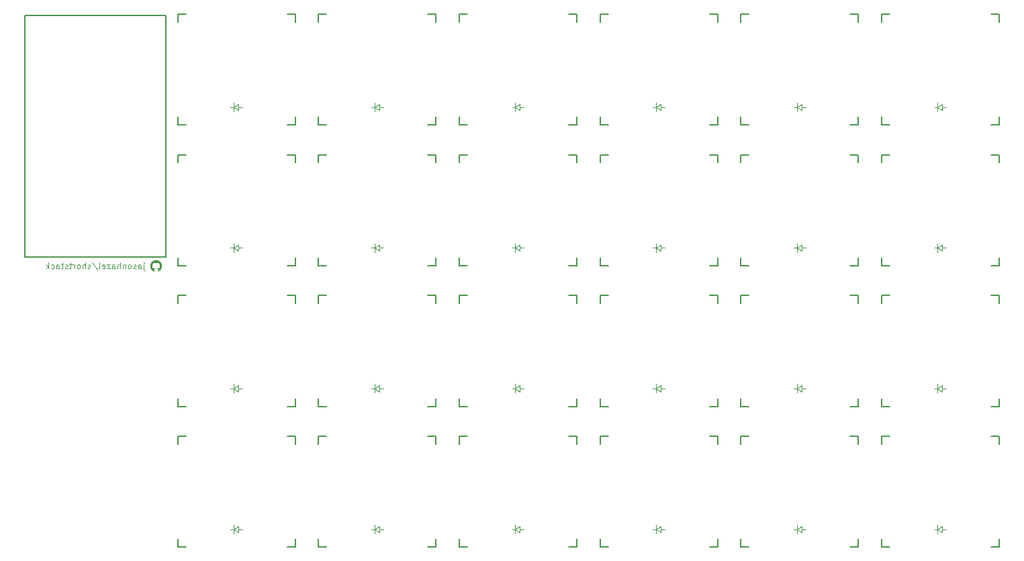
<source format=gbr>
%TF.GenerationSoftware,KiCad,Pcbnew,(6.0.10)*%
%TF.CreationDate,2023-01-29T20:47:48-05:00*%
%TF.ProjectId,shortstack,73686f72-7473-4746-9163-6b2e6b696361,v1.0.0*%
%TF.SameCoordinates,Original*%
%TF.FileFunction,Legend,Bot*%
%TF.FilePolarity,Positive*%
%FSLAX46Y46*%
G04 Gerber Fmt 4.6, Leading zero omitted, Abs format (unit mm)*
G04 Created by KiCad (PCBNEW (6.0.10)) date 2023-01-29 20:47:48*
%MOMM*%
%LPD*%
G01*
G04 APERTURE LIST*
%ADD10C,0.100000*%
%ADD11C,0.150000*%
G04 APERTURE END LIST*
D10*
%TO.C,GH2*%
X-11688462Y28644136D02*
X-11688462Y28001279D01*
X-11652748Y27929850D01*
X-11581319Y27894136D01*
X-11545605Y27894136D01*
X-11688462Y28894136D02*
X-11652748Y28858422D01*
X-11688462Y28822707D01*
X-11724176Y28858422D01*
X-11688462Y28894136D01*
X-11688462Y28822707D01*
X-12367033Y28144136D02*
X-12367033Y28536993D01*
X-12331319Y28608422D01*
X-12259891Y28644136D01*
X-12117033Y28644136D01*
X-12045605Y28608422D01*
X-12367033Y28179850D02*
X-12295605Y28144136D01*
X-12117033Y28144136D01*
X-12045605Y28179850D01*
X-12009891Y28251279D01*
X-12009891Y28322707D01*
X-12045605Y28394136D01*
X-12117033Y28429850D01*
X-12295605Y28429850D01*
X-12367033Y28465564D01*
X-12688462Y28179850D02*
X-12759891Y28144136D01*
X-12902748Y28144136D01*
X-12974176Y28179850D01*
X-13009891Y28251279D01*
X-13009891Y28286993D01*
X-12974176Y28358422D01*
X-12902748Y28394136D01*
X-12795605Y28394136D01*
X-12724176Y28429850D01*
X-12688462Y28501279D01*
X-12688462Y28536993D01*
X-12724176Y28608422D01*
X-12795605Y28644136D01*
X-12902748Y28644136D01*
X-12974176Y28608422D01*
X-13438462Y28144136D02*
X-13367033Y28179850D01*
X-13331319Y28215564D01*
X-13295605Y28286993D01*
X-13295605Y28501279D01*
X-13331319Y28572707D01*
X-13367033Y28608422D01*
X-13438462Y28644136D01*
X-13545605Y28644136D01*
X-13617033Y28608422D01*
X-13652748Y28572707D01*
X-13688462Y28501279D01*
X-13688462Y28286993D01*
X-13652748Y28215564D01*
X-13617033Y28179850D01*
X-13545605Y28144136D01*
X-13438462Y28144136D01*
X-14009891Y28644136D02*
X-14009891Y28144136D01*
X-14009891Y28572707D02*
X-14045605Y28608422D01*
X-14117033Y28644136D01*
X-14224176Y28644136D01*
X-14295605Y28608422D01*
X-14331319Y28536993D01*
X-14331319Y28144136D01*
X-14688462Y28144136D02*
X-14688462Y28894136D01*
X-15009891Y28144136D02*
X-15009891Y28536993D01*
X-14974176Y28608422D01*
X-14902748Y28644136D01*
X-14795605Y28644136D01*
X-14724176Y28608422D01*
X-14688462Y28572707D01*
X-15688462Y28144136D02*
X-15688462Y28536993D01*
X-15652748Y28608422D01*
X-15581319Y28644136D01*
X-15438462Y28644136D01*
X-15367033Y28608422D01*
X-15688462Y28179850D02*
X-15617033Y28144136D01*
X-15438462Y28144136D01*
X-15367033Y28179850D01*
X-15331319Y28251279D01*
X-15331319Y28322707D01*
X-15367033Y28394136D01*
X-15438462Y28429850D01*
X-15617033Y28429850D01*
X-15688462Y28465564D01*
X-15974176Y28644136D02*
X-16367033Y28644136D01*
X-15974176Y28144136D01*
X-16367033Y28144136D01*
X-16938462Y28179850D02*
X-16867033Y28144136D01*
X-16724176Y28144136D01*
X-16652748Y28179850D01*
X-16617033Y28251279D01*
X-16617033Y28536993D01*
X-16652748Y28608422D01*
X-16724176Y28644136D01*
X-16867033Y28644136D01*
X-16938462Y28608422D01*
X-16974176Y28536993D01*
X-16974176Y28465564D01*
X-16617033Y28394136D01*
X-17402748Y28144136D02*
X-17331319Y28179850D01*
X-17295605Y28251279D01*
X-17295605Y28894136D01*
X-18224176Y28929850D02*
X-17581319Y27965564D01*
X-18438462Y28179850D02*
X-18509891Y28144136D01*
X-18652748Y28144136D01*
X-18724176Y28179850D01*
X-18759891Y28251279D01*
X-18759891Y28286993D01*
X-18724176Y28358422D01*
X-18652748Y28394136D01*
X-18545605Y28394136D01*
X-18474176Y28429850D01*
X-18438462Y28501279D01*
X-18438462Y28536993D01*
X-18474176Y28608422D01*
X-18545605Y28644136D01*
X-18652748Y28644136D01*
X-18724176Y28608422D01*
X-19081319Y28144136D02*
X-19081319Y28894136D01*
X-19402748Y28144136D02*
X-19402748Y28536993D01*
X-19367033Y28608422D01*
X-19295605Y28644136D01*
X-19188462Y28644136D01*
X-19117033Y28608422D01*
X-19081319Y28572707D01*
X-19867033Y28144136D02*
X-19795605Y28179850D01*
X-19759891Y28215564D01*
X-19724176Y28286993D01*
X-19724176Y28501279D01*
X-19759891Y28572707D01*
X-19795605Y28608422D01*
X-19867033Y28644136D01*
X-19974176Y28644136D01*
X-20045605Y28608422D01*
X-20081319Y28572707D01*
X-20117033Y28501279D01*
X-20117033Y28286993D01*
X-20081319Y28215564D01*
X-20045605Y28179850D01*
X-19974176Y28144136D01*
X-19867033Y28144136D01*
X-20438462Y28144136D02*
X-20438462Y28644136D01*
X-20438462Y28501279D02*
X-20474176Y28572707D01*
X-20509891Y28608422D01*
X-20581319Y28644136D01*
X-20652748Y28644136D01*
X-20795605Y28644136D02*
X-21081319Y28644136D01*
X-20902748Y28894136D02*
X-20902748Y28251279D01*
X-20938462Y28179850D01*
X-21009891Y28144136D01*
X-21081319Y28144136D01*
X-21295605Y28179850D02*
X-21367033Y28144136D01*
X-21509891Y28144136D01*
X-21581319Y28179850D01*
X-21617033Y28251279D01*
X-21617033Y28286993D01*
X-21581319Y28358422D01*
X-21509891Y28394136D01*
X-21402748Y28394136D01*
X-21331319Y28429850D01*
X-21295605Y28501279D01*
X-21295605Y28536993D01*
X-21331319Y28608422D01*
X-21402748Y28644136D01*
X-21509891Y28644136D01*
X-21581319Y28608422D01*
X-21831319Y28644136D02*
X-22117033Y28644136D01*
X-21938462Y28894136D02*
X-21938462Y28251279D01*
X-21974176Y28179850D01*
X-22045605Y28144136D01*
X-22117033Y28144136D01*
X-22688462Y28144136D02*
X-22688462Y28536993D01*
X-22652748Y28608422D01*
X-22581319Y28644136D01*
X-22438462Y28644136D01*
X-22367033Y28608422D01*
X-22688462Y28179850D02*
X-22617033Y28144136D01*
X-22438462Y28144136D01*
X-22367033Y28179850D01*
X-22331319Y28251279D01*
X-22331319Y28322707D01*
X-22367033Y28394136D01*
X-22438462Y28429850D01*
X-22617033Y28429850D01*
X-22688462Y28465564D01*
X-23367033Y28179850D02*
X-23295605Y28144136D01*
X-23152748Y28144136D01*
X-23081319Y28179850D01*
X-23045605Y28215564D01*
X-23009891Y28286993D01*
X-23009891Y28501279D01*
X-23045605Y28572707D01*
X-23081319Y28608422D01*
X-23152748Y28644136D01*
X-23295605Y28644136D01*
X-23367033Y28608422D01*
X-23688462Y28144136D02*
X-23688462Y28894136D01*
X-23759891Y28429850D02*
X-23974176Y28144136D01*
X-23974176Y28644136D02*
X-23688462Y28358422D01*
G36*
X-10097100Y29214935D02*
G01*
X-10065462Y29213450D01*
X-10038132Y29210880D01*
X-9968518Y29198839D01*
X-9898358Y29179808D01*
X-9831102Y29154275D01*
X-9766902Y29122318D01*
X-9705914Y29084014D01*
X-9648292Y29039440D01*
X-9594191Y28988674D01*
X-9567067Y28959608D01*
X-9533892Y28919788D01*
X-9504748Y28878858D01*
X-9478237Y28834808D01*
X-9452960Y28785627D01*
X-9437392Y28751266D01*
X-9414866Y28691563D01*
X-9398224Y28631558D01*
X-9387212Y28570018D01*
X-9381575Y28505714D01*
X-9381060Y28437412D01*
X-9383431Y28390474D01*
X-9389513Y28335704D01*
X-9399423Y28283754D01*
X-9413563Y28232613D01*
X-9432333Y28180269D01*
X-9459084Y28120637D01*
X-9493795Y28059022D01*
X-9534035Y28000883D01*
X-9579323Y27946695D01*
X-9629181Y27896935D01*
X-9683128Y27852078D01*
X-9740684Y27812600D01*
X-9801371Y27778975D01*
X-9864707Y27751680D01*
X-9875745Y27747799D01*
X-9895785Y27742472D01*
X-9911488Y27741302D01*
X-9923859Y27744288D01*
X-9933900Y27751423D01*
X-9944339Y27761863D01*
X-9944339Y27920388D01*
X-9934518Y27918016D01*
X-9934129Y27917929D01*
X-9926324Y27916863D01*
X-9913261Y27915708D01*
X-9896667Y27914598D01*
X-9878268Y27913666D01*
X-9856080Y27913151D01*
X-9828306Y27914321D01*
X-9804468Y27918047D01*
X-9782841Y27924636D01*
X-9761698Y27934394D01*
X-9742690Y27946638D01*
X-9724033Y27962700D01*
X-9708372Y27980314D01*
X-9697607Y27997605D01*
X-9686581Y28020950D01*
X-9677046Y28040144D01*
X-9668884Y28055137D01*
X-9661385Y28067151D01*
X-9653838Y28077407D01*
X-9645532Y28087128D01*
X-9645207Y28087486D01*
X-9632645Y28100134D01*
X-9618648Y28112491D01*
X-9606185Y28121932D01*
X-9596757Y28128704D01*
X-9585505Y28139493D01*
X-9580959Y28148837D01*
X-9583225Y28156573D01*
X-9586319Y28159193D01*
X-9596992Y28162693D01*
X-9611718Y28163277D01*
X-9628873Y28161097D01*
X-9646835Y28156303D01*
X-9663982Y28149047D01*
X-9672650Y28144104D01*
X-9691455Y28129886D01*
X-9709540Y28110836D01*
X-9727997Y28085876D01*
X-9740122Y28068897D01*
X-9759163Y28046903D01*
X-9779046Y28029978D01*
X-9801049Y28016914D01*
X-9801450Y28016718D01*
X-9811060Y28012346D01*
X-9819744Y28009529D01*
X-9829520Y28007932D01*
X-9842404Y28007218D01*
X-9860411Y28007055D01*
X-9861385Y28007056D01*
X-9881453Y28007430D01*
X-9896873Y28008707D01*
X-9910018Y28011195D01*
X-9923260Y28015201D01*
X-9946823Y28023347D01*
X-9951387Y28043773D01*
X-9959139Y28070041D01*
X-9970214Y28094292D01*
X-9983469Y28113474D01*
X-9988116Y28118706D01*
X-9991157Y28122831D01*
X-9991281Y28125775D01*
X-9987662Y28128023D01*
X-9979479Y28130057D01*
X-9965908Y28132362D01*
X-9946125Y28135421D01*
X-9936983Y28136991D01*
X-9913811Y28141861D01*
X-9889708Y28147891D01*
X-9868625Y28154128D01*
X-9838152Y28165656D01*
X-9796986Y28186943D01*
X-9761017Y28213118D01*
X-9730234Y28244194D01*
X-9704626Y28280184D01*
X-9684183Y28321101D01*
X-9668895Y28366958D01*
X-9658749Y28417769D01*
X-9658726Y28417937D01*
X-9656238Y28442549D01*
X-9655052Y28470412D01*
X-9655120Y28499465D01*
X-9656394Y28527644D01*
X-9658825Y28552885D01*
X-9662365Y28573127D01*
X-9665998Y28586498D01*
X-9678470Y28620172D01*
X-9694929Y28653070D01*
X-9713884Y28682044D01*
X-9721812Y28693412D01*
X-9727005Y28703107D01*
X-9728004Y28708829D01*
X-9722077Y28729330D01*
X-9718251Y28755277D01*
X-9716765Y28784196D01*
X-9717638Y28814165D01*
X-9720887Y28843259D01*
X-9726529Y28869555D01*
X-9727290Y28872213D01*
X-9731263Y28884996D01*
X-9734792Y28894733D01*
X-9737189Y28899495D01*
X-9743140Y28901578D01*
X-9754224Y28902200D01*
X-9768580Y28901448D01*
X-9784355Y28899418D01*
X-9799696Y28896208D01*
X-9811421Y28892561D01*
X-9831126Y28884922D01*
X-9853547Y28874982D01*
X-9876791Y28863634D01*
X-9898964Y28851772D01*
X-9918173Y28840289D01*
X-9942554Y28824609D01*
X-9962196Y28829151D01*
X-9972288Y28831402D01*
X-10034570Y28841935D01*
X-10098473Y28847315D01*
X-10162371Y28847528D01*
X-10224640Y28842557D01*
X-10283655Y28832385D01*
X-10319016Y28824437D01*
X-10343285Y28840161D01*
X-10359585Y28850251D01*
X-10390093Y28866901D01*
X-10420694Y28880982D01*
X-10450029Y28891954D01*
X-10476737Y28899274D01*
X-10499459Y28902400D01*
X-10509149Y28902540D01*
X-10517623Y28901247D01*
X-10523698Y28897331D01*
X-10528322Y28889696D01*
X-10532438Y28877247D01*
X-10536994Y28858886D01*
X-10540707Y28838949D01*
X-10543583Y28809608D01*
X-10544068Y28779445D01*
X-10542146Y28750970D01*
X-10537801Y28726698D01*
X-10531750Y28703484D01*
X-10548506Y28681278D01*
X-10560332Y28664455D01*
X-10580905Y28627080D01*
X-10595577Y28586858D01*
X-10604452Y28543357D01*
X-10607633Y28496147D01*
X-10605224Y28444794D01*
X-10600059Y28404613D01*
X-10590367Y28359598D01*
X-10576786Y28319620D01*
X-10559010Y28283968D01*
X-10536735Y28251934D01*
X-10509654Y28222807D01*
X-10481747Y28199223D01*
X-10450566Y28179205D01*
X-10415115Y28162639D01*
X-10394070Y28155141D01*
X-10368318Y28147482D01*
X-10341117Y28140573D01*
X-10315143Y28135094D01*
X-10293071Y28131721D01*
X-10282786Y28130459D01*
X-10273129Y28128937D01*
X-10268326Y28127730D01*
X-10268062Y28126382D01*
X-10270850Y28120952D01*
X-10276894Y28113183D01*
X-10281066Y28107944D01*
X-10289632Y28094981D01*
X-10296780Y28081628D01*
X-10300589Y28072919D01*
X-10304605Y28062210D01*
X-10307849Y28050971D01*
X-10310401Y28038376D01*
X-10312341Y28023597D01*
X-10313752Y28005809D01*
X-10314712Y27984184D01*
X-10315305Y27957897D01*
X-10315609Y27926122D01*
X-10315706Y27888030D01*
X-10315768Y27761863D01*
X-10326207Y27751423D01*
X-10329126Y27748665D01*
X-10338907Y27742624D01*
X-10350994Y27740984D01*
X-10359076Y27741594D01*
X-10378092Y27745858D01*
X-10401282Y27753781D01*
X-10427703Y27764872D01*
X-10456411Y27778642D01*
X-10486460Y27794602D01*
X-10516905Y27812264D01*
X-10546804Y27831137D01*
X-10575211Y27850733D01*
X-10601181Y27870563D01*
X-10624360Y27890121D01*
X-10676256Y27940440D01*
X-10722833Y27995364D01*
X-10763914Y28054591D01*
X-10799321Y28117819D01*
X-10828877Y28184745D01*
X-10852406Y28255067D01*
X-10869729Y28328484D01*
X-10869847Y28329111D01*
X-10873834Y28356268D01*
X-10876817Y28388503D01*
X-10878752Y28423864D01*
X-10879591Y28460403D01*
X-10879291Y28496168D01*
X-10877804Y28529211D01*
X-10875085Y28557579D01*
X-10864854Y28617267D01*
X-10846289Y28688191D01*
X-10821232Y28756509D01*
X-10789864Y28821850D01*
X-10752365Y28883848D01*
X-10708916Y28942134D01*
X-10659699Y28996338D01*
X-10640968Y29014479D01*
X-10585177Y29062075D01*
X-10525952Y29103432D01*
X-10463222Y29138587D01*
X-10396913Y29167580D01*
X-10326952Y29190446D01*
X-10253268Y29207225D01*
X-10228713Y29210663D01*
X-10198852Y29213198D01*
X-10165696Y29214777D01*
X-10131145Y29215366D01*
X-10097100Y29214935D01*
G37*
D11*
%TO.C,SW9*%
X42900008Y-6000000D02*
X42900008Y-7000000D01*
X28100008Y-7000000D02*
X28100008Y-6000000D01*
X41900000Y-7000164D02*
X42900000Y-7000164D01*
X28100008Y7000000D02*
X29100008Y7000000D01*
X28100000Y6999836D02*
X28100000Y5999836D01*
X29100008Y-7000000D02*
X28100008Y-7000000D01*
X42900000Y6999836D02*
X41900000Y6999836D01*
X42900000Y5999836D02*
X42900000Y6999836D01*
%TO.C,SW17*%
X63600000Y6999836D02*
X63600000Y5999836D01*
X78400000Y6999836D02*
X77400000Y6999836D01*
X63600008Y-7000000D02*
X63600008Y-6000000D01*
X78400000Y5999836D02*
X78400000Y6999836D01*
X77400000Y-7000164D02*
X78400000Y-7000164D01*
X64600008Y-7000000D02*
X63600008Y-7000000D01*
X63600008Y7000000D02*
X64600008Y7000000D01*
X78400008Y-6000000D02*
X78400008Y-7000000D01*
%TO.C,SW24*%
X95150000Y46249836D02*
X96150000Y46249836D01*
X81350000Y60249836D02*
X81350000Y59249836D01*
X81350008Y46250000D02*
X81350008Y47250000D01*
X82350008Y46250000D02*
X81350008Y46250000D01*
X96150000Y60249836D02*
X95150000Y60249836D01*
X81350008Y60250000D02*
X82350008Y60250000D01*
X96150008Y47250000D02*
X96150008Y46250000D01*
X96150000Y59249836D02*
X96150000Y60249836D01*
%TO.C,SW3*%
X7400000Y42499836D02*
X6400000Y42499836D01*
X6400000Y28499836D02*
X7400000Y28499836D01*
X7400008Y29500000D02*
X7400008Y28500000D01*
X-7399992Y42500000D02*
X-6399992Y42500000D01*
X7400000Y41499836D02*
X7400000Y42499836D01*
X-6399992Y28500000D02*
X-7399992Y28500000D01*
X-7399992Y28500000D02*
X-7399992Y29500000D01*
X-7400000Y42499836D02*
X-7400000Y41499836D01*
%TO.C,SW4*%
X-7399992Y46250000D02*
X-7399992Y47250000D01*
X-6399992Y46250000D02*
X-7399992Y46250000D01*
X-7400000Y60249836D02*
X-7400000Y59249836D01*
X-7399992Y60250000D02*
X-6399992Y60250000D01*
X7400000Y59249836D02*
X7400000Y60249836D01*
X6400000Y46249836D02*
X7400000Y46249836D01*
X7400008Y47250000D02*
X7400008Y46250000D01*
X7400000Y60249836D02*
X6400000Y60249836D01*
%TO.C,SW21*%
X96150000Y6999836D02*
X95150000Y6999836D01*
X96150000Y5999836D02*
X96150000Y6999836D01*
X95150000Y-7000164D02*
X96150000Y-7000164D01*
X81350008Y7000000D02*
X82350008Y7000000D01*
X96150008Y-6000000D02*
X96150008Y-7000000D01*
X81350000Y6999836D02*
X81350000Y5999836D01*
X82350008Y-7000000D02*
X81350008Y-7000000D01*
X81350008Y-7000000D02*
X81350008Y-6000000D01*
%TO.C,SW6*%
X25150008Y11750000D02*
X25150008Y10750000D01*
X24150000Y10749836D02*
X25150000Y10749836D01*
X10350008Y24750000D02*
X11350008Y24750000D01*
X11350008Y10750000D02*
X10350008Y10750000D01*
X25150000Y24749836D02*
X24150000Y24749836D01*
X10350008Y10750000D02*
X10350008Y11750000D01*
X10350000Y24749836D02*
X10350000Y23749836D01*
X25150000Y23749836D02*
X25150000Y24749836D01*
%TO.C,SW16*%
X45850008Y60250000D02*
X46850008Y60250000D01*
X60650008Y47250000D02*
X60650008Y46250000D01*
X46850008Y46250000D02*
X45850008Y46250000D01*
X45850008Y46250000D02*
X45850008Y47250000D01*
X60650000Y59249836D02*
X60650000Y60249836D01*
X59650000Y46249836D02*
X60650000Y46249836D01*
X45850000Y60249836D02*
X45850000Y59249836D01*
X60650000Y60249836D02*
X59650000Y60249836D01*
%TO.C,SW19*%
X78400000Y42499836D02*
X77400000Y42499836D01*
X63600008Y28500000D02*
X63600008Y29500000D01*
X78400000Y41499836D02*
X78400000Y42499836D01*
X63600000Y42499836D02*
X63600000Y41499836D01*
X64600008Y28500000D02*
X63600008Y28500000D01*
X77400000Y28499836D02*
X78400000Y28499836D01*
X63600008Y42500000D02*
X64600008Y42500000D01*
X78400008Y29500000D02*
X78400008Y28500000D01*
%TO.C,SW20*%
X78400000Y59249836D02*
X78400000Y60249836D01*
X63600008Y46250000D02*
X63600008Y47250000D01*
X77400000Y46249836D02*
X78400000Y46249836D01*
X63600008Y60250000D02*
X64600008Y60250000D01*
X78400008Y47250000D02*
X78400008Y46250000D01*
X78400000Y60249836D02*
X77400000Y60249836D01*
X63600000Y60249836D02*
X63600000Y59249836D01*
X64600008Y46250000D02*
X63600008Y46250000D01*
%TO.C,SW11*%
X28100000Y42499836D02*
X28100000Y41499836D01*
X41900000Y28499836D02*
X42900000Y28499836D01*
X42900000Y41499836D02*
X42900000Y42499836D01*
X42900000Y42499836D02*
X41900000Y42499836D01*
X28100008Y28500000D02*
X28100008Y29500000D01*
X28100008Y42500000D02*
X29100008Y42500000D01*
X29100008Y28500000D02*
X28100008Y28500000D01*
X42900008Y29500000D02*
X42900008Y28500000D01*
%TO.C,SW18*%
X78400000Y23749836D02*
X78400000Y24749836D01*
X78400008Y11750000D02*
X78400008Y10750000D01*
X77400000Y10749836D02*
X78400000Y10749836D01*
X63600008Y10750000D02*
X63600008Y11750000D01*
X64600008Y10750000D02*
X63600008Y10750000D01*
X63600008Y24750000D02*
X64600008Y24750000D01*
X78400000Y24749836D02*
X77400000Y24749836D01*
X63600000Y24749836D02*
X63600000Y23749836D01*
%TO.C,U1*%
X-26669965Y60054420D02*
X-8889965Y60054420D01*
X-26669965Y60054420D02*
X-26669965Y29574420D01*
X-8889965Y29574420D02*
X-26669965Y29574420D01*
X-8889965Y60054420D02*
X-8889965Y29574420D01*
%TO.C,SW14*%
X45850008Y10750000D02*
X45850008Y11750000D01*
X60650008Y11750000D02*
X60650008Y10750000D01*
X60650000Y24749836D02*
X59650000Y24749836D01*
X60650000Y23749836D02*
X60650000Y24749836D01*
X46850008Y10750000D02*
X45850008Y10750000D01*
X45850008Y24750000D02*
X46850008Y24750000D01*
X45850000Y24749836D02*
X45850000Y23749836D01*
X59650000Y10749836D02*
X60650000Y10749836D01*
%TO.C,SW10*%
X28100000Y24749836D02*
X28100000Y23749836D01*
X42900000Y23749836D02*
X42900000Y24749836D01*
X41900000Y10749836D02*
X42900000Y10749836D01*
X28100008Y10750000D02*
X28100008Y11750000D01*
X29100008Y10750000D02*
X28100008Y10750000D01*
X28100008Y24750000D02*
X29100008Y24750000D01*
X42900000Y24749836D02*
X41900000Y24749836D01*
X42900008Y11750000D02*
X42900008Y10750000D01*
%TO.C,SW22*%
X81350008Y24750000D02*
X82350008Y24750000D01*
X81350008Y10750000D02*
X81350008Y11750000D01*
X96150000Y23749836D02*
X96150000Y24749836D01*
X82350008Y10750000D02*
X81350008Y10750000D01*
X95150000Y10749836D02*
X96150000Y10749836D01*
X96150008Y11750000D02*
X96150008Y10750000D01*
X96150000Y24749836D02*
X95150000Y24749836D01*
X81350000Y24749836D02*
X81350000Y23749836D01*
%TO.C,SW13*%
X45850008Y-7000000D02*
X45850008Y-6000000D01*
X46850008Y-7000000D02*
X45850008Y-7000000D01*
X45850000Y6999836D02*
X45850000Y5999836D01*
X60650000Y6999836D02*
X59650000Y6999836D01*
X45850008Y7000000D02*
X46850008Y7000000D01*
X60650000Y5999836D02*
X60650000Y6999836D01*
X60650008Y-6000000D02*
X60650008Y-7000000D01*
X59650000Y-7000164D02*
X60650000Y-7000164D01*
%TO.C,SW12*%
X28100000Y60249836D02*
X28100000Y59249836D01*
X28100008Y46250000D02*
X28100008Y47250000D01*
X28100008Y60250000D02*
X29100008Y60250000D01*
X42900008Y47250000D02*
X42900008Y46250000D01*
X41900000Y46249836D02*
X42900000Y46249836D01*
X42900000Y60249836D02*
X41900000Y60249836D01*
X42900000Y59249836D02*
X42900000Y60249836D01*
X29100008Y46250000D02*
X28100008Y46250000D01*
%TO.C,SW15*%
X45850000Y42499836D02*
X45850000Y41499836D01*
X46850008Y28500000D02*
X45850008Y28500000D01*
X59650000Y28499836D02*
X60650000Y28499836D01*
X60650000Y42499836D02*
X59650000Y42499836D01*
X60650000Y41499836D02*
X60650000Y42499836D01*
X45850008Y42500000D02*
X46850008Y42500000D01*
X60650008Y29500000D02*
X60650008Y28500000D01*
X45850008Y28500000D02*
X45850008Y29500000D01*
%TO.C,SW8*%
X25150000Y59249836D02*
X25150000Y60249836D01*
X24150000Y46249836D02*
X25150000Y46249836D01*
X25150000Y60249836D02*
X24150000Y60249836D01*
X10350000Y60249836D02*
X10350000Y59249836D01*
X10350008Y60250000D02*
X11350008Y60250000D01*
X25150008Y47250000D02*
X25150008Y46250000D01*
X11350008Y46250000D02*
X10350008Y46250000D01*
X10350008Y46250000D02*
X10350008Y47250000D01*
%TO.C,SW1*%
X6400000Y-7000164D02*
X7400000Y-7000164D01*
X-7399992Y7000000D02*
X-6399992Y7000000D01*
X-6399992Y-7000000D02*
X-7399992Y-7000000D01*
X7400008Y-6000000D02*
X7400008Y-7000000D01*
X-7399992Y-7000000D02*
X-7399992Y-6000000D01*
X-7400000Y6999836D02*
X-7400000Y5999836D01*
X7400000Y6999836D02*
X6400000Y6999836D01*
X7400000Y5999836D02*
X7400000Y6999836D01*
%TO.C,SW7*%
X10350000Y42499836D02*
X10350000Y41499836D01*
X11350008Y28500000D02*
X10350008Y28500000D01*
X25150000Y41499836D02*
X25150000Y42499836D01*
X25150000Y42499836D02*
X24150000Y42499836D01*
X24150000Y28499836D02*
X25150000Y28499836D01*
X10350008Y42500000D02*
X11350008Y42500000D01*
X10350008Y28500000D02*
X10350008Y29500000D01*
X25150008Y29500000D02*
X25150008Y28500000D01*
%TO.C,SW5*%
X25150000Y5999836D02*
X25150000Y6999836D01*
X10350008Y-7000000D02*
X10350008Y-6000000D01*
X11350008Y-7000000D02*
X10350008Y-7000000D01*
X10350000Y6999836D02*
X10350000Y5999836D01*
X10350008Y7000000D02*
X11350008Y7000000D01*
X25150000Y6999836D02*
X24150000Y6999836D01*
X25150008Y-6000000D02*
X25150008Y-7000000D01*
X24150000Y-7000164D02*
X25150000Y-7000164D01*
%TO.C,SW23*%
X81350008Y42500000D02*
X82350008Y42500000D01*
X96150008Y29500000D02*
X96150008Y28500000D01*
X95150000Y28499836D02*
X96150000Y28499836D01*
X96150000Y42499836D02*
X95150000Y42499836D01*
X96150000Y41499836D02*
X96150000Y42499836D01*
X82350008Y28500000D02*
X81350008Y28500000D01*
X81350008Y28500000D02*
X81350008Y29500000D01*
X81350000Y42499836D02*
X81350000Y41499836D01*
%TO.C,SW2*%
X6400000Y10749836D02*
X7400000Y10749836D01*
X-6399992Y10750000D02*
X-7399992Y10750000D01*
X7400000Y23749836D02*
X7400000Y24749836D01*
X-7399992Y10750000D02*
X-7399992Y11750000D01*
X7400008Y11750000D02*
X7400008Y10750000D01*
X-7399992Y24750000D02*
X-6399992Y24750000D01*
X7400000Y24749836D02*
X6400000Y24749836D01*
X-7400000Y24749836D02*
X-7400000Y23749836D01*
D10*
%TO.C,D2*%
X-350000Y13000000D02*
X250000Y12600000D01*
X-350000Y13000000D02*
X-350000Y13550000D01*
X250000Y12600000D02*
X250000Y13400000D01*
X250000Y13400000D02*
X-350000Y13000000D01*
X250000Y13000000D02*
X750000Y13000000D01*
X-750000Y13000000D02*
X-350000Y13000000D01*
X-350000Y13000000D02*
X-350000Y12450000D01*
%TO.C,D20*%
X70650000Y48500000D02*
X70650000Y49050000D01*
X70650000Y48500000D02*
X71250000Y48100000D01*
X71250000Y48900000D02*
X70650000Y48500000D01*
X71250000Y48100000D02*
X71250000Y48900000D01*
X70250000Y48500000D02*
X70650000Y48500000D01*
X70650000Y48500000D02*
X70650000Y47950000D01*
X71250000Y48500000D02*
X71750000Y48500000D01*
%TO.C,D6*%
X18000000Y13400000D02*
X17400000Y13000000D01*
X18000000Y13000000D02*
X18500000Y13000000D01*
X17400000Y13000000D02*
X18000000Y12600000D01*
X17400000Y13000000D02*
X17400000Y13550000D01*
X17400000Y13000000D02*
X17400000Y12450000D01*
X17000000Y13000000D02*
X17400000Y13000000D01*
X18000000Y12600000D02*
X18000000Y13400000D01*
%TO.C,D7*%
X18000000Y31150000D02*
X17400000Y30750000D01*
X18000000Y30750000D02*
X18500000Y30750000D01*
X17400000Y30750000D02*
X18000000Y30350000D01*
X17400000Y30750000D02*
X17400000Y30200000D01*
X17000000Y30750000D02*
X17400000Y30750000D01*
X17400000Y30750000D02*
X17400000Y31300000D01*
X18000000Y30350000D02*
X18000000Y31150000D01*
%TO.C,D4*%
X-350000Y48500000D02*
X-350000Y49050000D01*
X-750000Y48500000D02*
X-350000Y48500000D01*
X250000Y48900000D02*
X-350000Y48500000D01*
X250000Y48100000D02*
X250000Y48900000D01*
X-350000Y48500000D02*
X-350000Y47950000D01*
X250000Y48500000D02*
X750000Y48500000D01*
X-350000Y48500000D02*
X250000Y48100000D01*
%TO.C,D14*%
X53500000Y13400000D02*
X52900000Y13000000D01*
X52500000Y13000000D02*
X52900000Y13000000D01*
X52900000Y13000000D02*
X52900000Y13550000D01*
X53500000Y13000000D02*
X54000000Y13000000D01*
X53500000Y12600000D02*
X53500000Y13400000D01*
X52900000Y13000000D02*
X52900000Y12450000D01*
X52900000Y13000000D02*
X53500000Y12600000D01*
%TO.C,D10*%
X35150000Y13000000D02*
X35150000Y12450000D01*
X35150000Y13000000D02*
X35150000Y13550000D01*
X34750000Y13000000D02*
X35150000Y13000000D01*
X35750000Y12600000D02*
X35750000Y13400000D01*
X35750000Y13400000D02*
X35150000Y13000000D01*
X35750000Y13000000D02*
X36250000Y13000000D01*
X35150000Y13000000D02*
X35750000Y12600000D01*
%TO.C,D1*%
X250000Y-4350000D02*
X-350000Y-4750000D01*
X250000Y-4750000D02*
X750000Y-4750000D01*
X250000Y-5150000D02*
X250000Y-4350000D01*
X-350000Y-4750000D02*
X250000Y-5150000D01*
X-350000Y-4750000D02*
X-350000Y-4200000D01*
X-350000Y-4750000D02*
X-350000Y-5300000D01*
X-750000Y-4750000D02*
X-350000Y-4750000D01*
%TO.C,D15*%
X53500000Y30350000D02*
X53500000Y31150000D01*
X52900000Y30750000D02*
X52900000Y30200000D01*
X52500000Y30750000D02*
X52900000Y30750000D01*
X52900000Y30750000D02*
X52900000Y31300000D01*
X53500000Y31150000D02*
X52900000Y30750000D01*
X53500000Y30750000D02*
X54000000Y30750000D01*
X52900000Y30750000D02*
X53500000Y30350000D01*
%TO.C,D17*%
X70250000Y-4750000D02*
X70650000Y-4750000D01*
X70650000Y-4750000D02*
X70650000Y-5300000D01*
X70650000Y-4750000D02*
X71250000Y-5150000D01*
X71250000Y-5150000D02*
X71250000Y-4350000D01*
X70650000Y-4750000D02*
X70650000Y-4200000D01*
X71250000Y-4350000D02*
X70650000Y-4750000D01*
X71250000Y-4750000D02*
X71750000Y-4750000D01*
%TO.C,D13*%
X53500000Y-4350000D02*
X52900000Y-4750000D01*
X53500000Y-4750000D02*
X54000000Y-4750000D01*
X52900000Y-4750000D02*
X52900000Y-4200000D01*
X52500000Y-4750000D02*
X52900000Y-4750000D01*
X53500000Y-5150000D02*
X53500000Y-4350000D01*
X52900000Y-4750000D02*
X53500000Y-5150000D01*
X52900000Y-4750000D02*
X52900000Y-5300000D01*
%TO.C,D11*%
X35750000Y30350000D02*
X35750000Y31150000D01*
X35150000Y30750000D02*
X35150000Y30200000D01*
X35750000Y31150000D02*
X35150000Y30750000D01*
X35150000Y30750000D02*
X35750000Y30350000D01*
X35750000Y30750000D02*
X36250000Y30750000D01*
X34750000Y30750000D02*
X35150000Y30750000D01*
X35150000Y30750000D02*
X35150000Y31300000D01*
%TO.C,D23*%
X88000000Y30750000D02*
X88400000Y30750000D01*
X89000000Y30350000D02*
X89000000Y31150000D01*
X88400000Y30750000D02*
X88400000Y30200000D01*
X89000000Y30750000D02*
X89500000Y30750000D01*
X88400000Y30750000D02*
X89000000Y30350000D01*
X88400000Y30750000D02*
X88400000Y31300000D01*
X89000000Y31150000D02*
X88400000Y30750000D01*
%TO.C,D16*%
X53500000Y48900000D02*
X52900000Y48500000D01*
X52500000Y48500000D02*
X52900000Y48500000D01*
X52900000Y48500000D02*
X52900000Y47950000D01*
X52900000Y48500000D02*
X53500000Y48100000D01*
X53500000Y48500000D02*
X54000000Y48500000D01*
X53500000Y48100000D02*
X53500000Y48900000D01*
X52900000Y48500000D02*
X52900000Y49050000D01*
%TO.C,D3*%
X-750000Y30750000D02*
X-350000Y30750000D01*
X-350000Y30750000D02*
X-350000Y30200000D01*
X-350000Y30750000D02*
X250000Y30350000D01*
X250000Y31150000D02*
X-350000Y30750000D01*
X-350000Y30750000D02*
X-350000Y31300000D01*
X250000Y30750000D02*
X750000Y30750000D01*
X250000Y30350000D02*
X250000Y31150000D01*
%TO.C,D12*%
X34750000Y48500000D02*
X35150000Y48500000D01*
X35750000Y48100000D02*
X35750000Y48900000D01*
X35150000Y48500000D02*
X35150000Y49050000D01*
X35150000Y48500000D02*
X35150000Y47950000D01*
X35750000Y48900000D02*
X35150000Y48500000D01*
X35150000Y48500000D02*
X35750000Y48100000D01*
X35750000Y48500000D02*
X36250000Y48500000D01*
%TO.C,D5*%
X17400000Y-4750000D02*
X18000000Y-5150000D01*
X18000000Y-5150000D02*
X18000000Y-4350000D01*
X17000000Y-4750000D02*
X17400000Y-4750000D01*
X17400000Y-4750000D02*
X17400000Y-4200000D01*
X18000000Y-4750000D02*
X18500000Y-4750000D01*
X18000000Y-4350000D02*
X17400000Y-4750000D01*
X17400000Y-4750000D02*
X17400000Y-5300000D01*
%TO.C,D21*%
X89000000Y-4750000D02*
X89500000Y-4750000D01*
X89000000Y-4350000D02*
X88400000Y-4750000D01*
X88400000Y-4750000D02*
X88400000Y-5300000D01*
X88400000Y-4750000D02*
X88400000Y-4200000D01*
X89000000Y-5150000D02*
X89000000Y-4350000D01*
X88000000Y-4750000D02*
X88400000Y-4750000D01*
X88400000Y-4750000D02*
X89000000Y-5150000D01*
%TO.C,D18*%
X71250000Y13000000D02*
X71750000Y13000000D01*
X70650000Y13000000D02*
X71250000Y12600000D01*
X70250000Y13000000D02*
X70650000Y13000000D01*
X70650000Y13000000D02*
X70650000Y12450000D01*
X70650000Y13000000D02*
X70650000Y13550000D01*
X71250000Y12600000D02*
X71250000Y13400000D01*
X71250000Y13400000D02*
X70650000Y13000000D01*
%TO.C,D19*%
X70650000Y30750000D02*
X71250000Y30350000D01*
X71250000Y30750000D02*
X71750000Y30750000D01*
X70250000Y30750000D02*
X70650000Y30750000D01*
X71250000Y31150000D02*
X70650000Y30750000D01*
X71250000Y30350000D02*
X71250000Y31150000D01*
X70650000Y30750000D02*
X70650000Y31300000D01*
X70650000Y30750000D02*
X70650000Y30200000D01*
%TO.C,D22*%
X88400000Y13000000D02*
X89000000Y12600000D01*
X88400000Y13000000D02*
X88400000Y12450000D01*
X89000000Y13400000D02*
X88400000Y13000000D01*
X88000000Y13000000D02*
X88400000Y13000000D01*
X88400000Y13000000D02*
X88400000Y13550000D01*
X89000000Y13000000D02*
X89500000Y13000000D01*
X89000000Y12600000D02*
X89000000Y13400000D01*
%TO.C,D9*%
X35150000Y-4750000D02*
X35150000Y-5300000D01*
X35750000Y-4350000D02*
X35150000Y-4750000D01*
X35750000Y-5150000D02*
X35750000Y-4350000D01*
X35150000Y-4750000D02*
X35750000Y-5150000D01*
X34750000Y-4750000D02*
X35150000Y-4750000D01*
X35750000Y-4750000D02*
X36250000Y-4750000D01*
X35150000Y-4750000D02*
X35150000Y-4200000D01*
%TO.C,D8*%
X17400000Y48500000D02*
X17400000Y49050000D01*
X17000000Y48500000D02*
X17400000Y48500000D01*
X17400000Y48500000D02*
X17400000Y47950000D01*
X17400000Y48500000D02*
X18000000Y48100000D01*
X18000000Y48500000D02*
X18500000Y48500000D01*
X18000000Y48900000D02*
X17400000Y48500000D01*
X18000000Y48100000D02*
X18000000Y48900000D01*
%TO.C,D24*%
X88400000Y48500000D02*
X89000000Y48100000D01*
X88000000Y48500000D02*
X88400000Y48500000D01*
X89000000Y48900000D02*
X88400000Y48500000D01*
X89000000Y48100000D02*
X89000000Y48900000D01*
X88400000Y48500000D02*
X88400000Y47950000D01*
X88400000Y48500000D02*
X88400000Y49050000D01*
X89000000Y48500000D02*
X89500000Y48500000D01*
%TD*%
M02*

</source>
